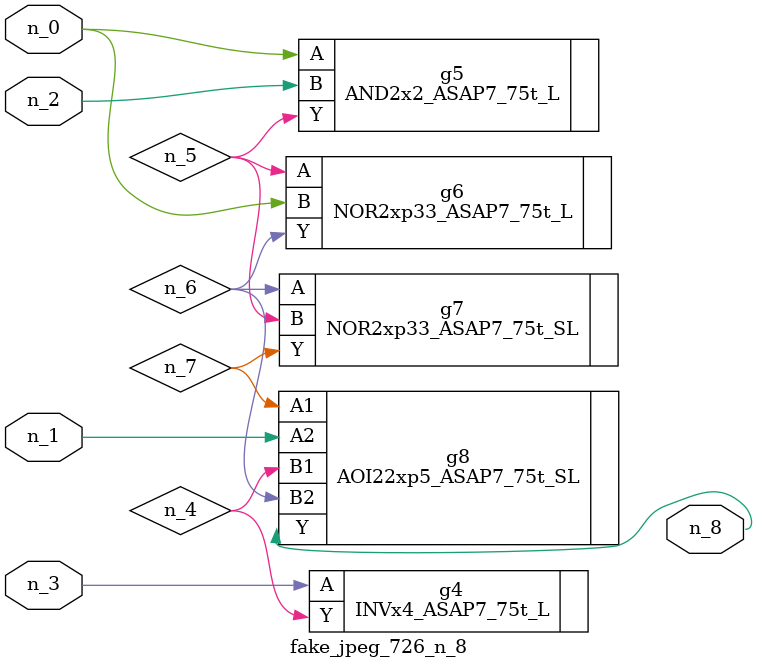
<source format=v>
module fake_jpeg_726_n_8 (n_0, n_3, n_2, n_1, n_8);

input n_0;
input n_3;
input n_2;
input n_1;

output n_8;

wire n_4;
wire n_6;
wire n_5;
wire n_7;

INVx4_ASAP7_75t_L g4 ( 
.A(n_3),
.Y(n_4)
);

AND2x2_ASAP7_75t_L g5 ( 
.A(n_0),
.B(n_2),
.Y(n_5)
);

NOR2xp33_ASAP7_75t_L g6 ( 
.A(n_5),
.B(n_0),
.Y(n_6)
);

NOR2xp33_ASAP7_75t_SL g7 ( 
.A(n_6),
.B(n_5),
.Y(n_7)
);

AOI22xp5_ASAP7_75t_SL g8 ( 
.A1(n_7),
.A2(n_1),
.B1(n_4),
.B2(n_6),
.Y(n_8)
);


endmodule
</source>
